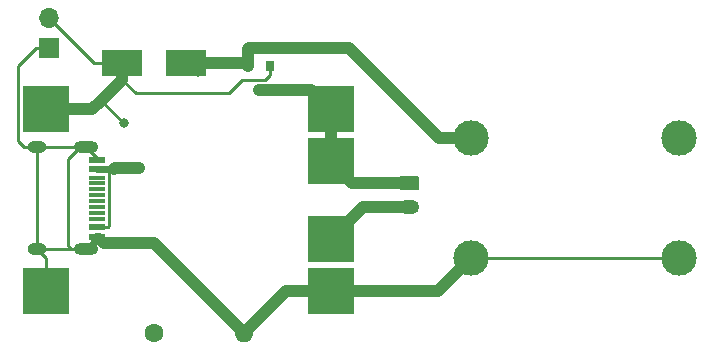
<source format=gbr>
G04 #@! TF.GenerationSoftware,KiCad,Pcbnew,5.1.5+dfsg1-2build2*
G04 #@! TF.CreationDate,2022-04-23T15:18:04+02:00*
G04 #@! TF.ProjectId,vogelhuisje_kicad,766f6765-6c68-4756-9973-6a655f6b6963,rev?*
G04 #@! TF.SameCoordinates,Original*
G04 #@! TF.FileFunction,Copper,L1,Top*
G04 #@! TF.FilePolarity,Positive*
%FSLAX46Y46*%
G04 Gerber Fmt 4.6, Leading zero omitted, Abs format (unit mm)*
G04 Created by KiCad (PCBNEW 5.1.5+dfsg1-2build2) date 2022-04-23 15:18:04*
%MOMM*%
%LPD*%
G04 APERTURE LIST*
%ADD10R,1.450000X0.600000*%
%ADD11R,1.450000X0.300000*%
%ADD12O,2.100000X1.000000*%
%ADD13O,1.600000X1.000000*%
%ADD14O,1.700000X1.700000*%
%ADD15R,1.700000X1.700000*%
%ADD16R,0.800000X0.900000*%
%ADD17O,1.750000X1.200000*%
%ADD18C,0.100000*%
%ADD19O,1.600000X1.600000*%
%ADD20C,1.600000*%
%ADD21C,3.000000*%
%ADD22R,4.000000X4.000000*%
%ADD23R,3.500000X2.300000*%
%ADD24C,0.800000*%
%ADD25C,1.000000*%
%ADD26C,0.250000*%
%ADD27C,0.600000*%
G04 APERTURE END LIST*
D10*
X80245000Y-97230000D03*
X80245000Y-96430000D03*
X80245000Y-91530000D03*
X80245000Y-90730000D03*
X80245000Y-90730000D03*
X80245000Y-91530000D03*
X80245000Y-96430000D03*
X80245000Y-97230000D03*
D11*
X80245000Y-92230000D03*
X80245000Y-92730000D03*
X80245000Y-93230000D03*
X80245000Y-94230000D03*
X80245000Y-94730000D03*
X80245000Y-95230000D03*
X80245000Y-95730000D03*
X80245000Y-93730000D03*
D12*
X79330000Y-98300000D03*
X79330000Y-89660000D03*
D13*
X75150000Y-89660000D03*
X75150000Y-98300000D03*
D14*
X76200000Y-78740000D03*
D15*
X76200000Y-81280000D03*
D16*
X93980000Y-84820000D03*
X93030000Y-82820000D03*
X94930000Y-82820000D03*
D17*
X106680000Y-94710000D03*
G04 #@! TA.AperFunction,ComponentPad*
D18*
G36*
X107329505Y-92111204D02*
G01*
X107353773Y-92114804D01*
X107377572Y-92120765D01*
X107400671Y-92129030D01*
X107422850Y-92139520D01*
X107443893Y-92152132D01*
X107463599Y-92166747D01*
X107481777Y-92183223D01*
X107498253Y-92201401D01*
X107512868Y-92221107D01*
X107525480Y-92242150D01*
X107535970Y-92264329D01*
X107544235Y-92287428D01*
X107550196Y-92311227D01*
X107553796Y-92335495D01*
X107555000Y-92359999D01*
X107555000Y-93060001D01*
X107553796Y-93084505D01*
X107550196Y-93108773D01*
X107544235Y-93132572D01*
X107535970Y-93155671D01*
X107525480Y-93177850D01*
X107512868Y-93198893D01*
X107498253Y-93218599D01*
X107481777Y-93236777D01*
X107463599Y-93253253D01*
X107443893Y-93267868D01*
X107422850Y-93280480D01*
X107400671Y-93290970D01*
X107377572Y-93299235D01*
X107353773Y-93305196D01*
X107329505Y-93308796D01*
X107305001Y-93310000D01*
X106054999Y-93310000D01*
X106030495Y-93308796D01*
X106006227Y-93305196D01*
X105982428Y-93299235D01*
X105959329Y-93290970D01*
X105937150Y-93280480D01*
X105916107Y-93267868D01*
X105896401Y-93253253D01*
X105878223Y-93236777D01*
X105861747Y-93218599D01*
X105847132Y-93198893D01*
X105834520Y-93177850D01*
X105824030Y-93155671D01*
X105815765Y-93132572D01*
X105809804Y-93108773D01*
X105806204Y-93084505D01*
X105805000Y-93060001D01*
X105805000Y-92359999D01*
X105806204Y-92335495D01*
X105809804Y-92311227D01*
X105815765Y-92287428D01*
X105824030Y-92264329D01*
X105834520Y-92242150D01*
X105847132Y-92221107D01*
X105861747Y-92201401D01*
X105878223Y-92183223D01*
X105896401Y-92166747D01*
X105916107Y-92152132D01*
X105937150Y-92139520D01*
X105959329Y-92129030D01*
X105982428Y-92120765D01*
X106006227Y-92114804D01*
X106030495Y-92111204D01*
X106054999Y-92110000D01*
X107305001Y-92110000D01*
X107329505Y-92111204D01*
G37*
G04 #@! TD.AperFunction*
D19*
X92710000Y-105410000D03*
D20*
X85090000Y-105410000D03*
D21*
X129520000Y-99085000D03*
X129520000Y-88885000D03*
X111920000Y-99085000D03*
X111920000Y-88885000D03*
D22*
X100030000Y-97470000D03*
X100030000Y-90870000D03*
X75930000Y-101870000D03*
X100030000Y-101870000D03*
X100030000Y-86470000D03*
X75930000Y-86470000D03*
D23*
X82390000Y-82550000D03*
X87790000Y-82550000D03*
D24*
X82550000Y-87630000D03*
X83820000Y-91440000D03*
D25*
X82390000Y-83950000D02*
X82390000Y-82550000D01*
X75930000Y-86470000D02*
X79870000Y-86470000D01*
X82550000Y-82550000D02*
X82390000Y-82550000D01*
D26*
X94930000Y-83520000D02*
X94930000Y-82820000D01*
X82390000Y-83950000D02*
X83530000Y-85090000D01*
X83530000Y-85090000D02*
X91440000Y-85090000D01*
X92535010Y-83994990D02*
X94455010Y-83994990D01*
X91440000Y-85090000D02*
X92535010Y-83994990D01*
X94455010Y-83994990D02*
X94930000Y-83520000D01*
X80010000Y-82550000D02*
X76200000Y-78740000D01*
X82390000Y-82550000D02*
X80010000Y-82550000D01*
X80630000Y-85710000D02*
X82550000Y-87630000D01*
D25*
X79870000Y-86470000D02*
X80630000Y-85710000D01*
X80630000Y-85710000D02*
X82390000Y-83950000D01*
D26*
X88790000Y-83550000D02*
X87790000Y-82550000D01*
D25*
X92760000Y-82550000D02*
X93030000Y-82820000D01*
X87790000Y-82550000D02*
X92760000Y-82550000D01*
X93030000Y-81370000D02*
X93120000Y-81280000D01*
X93030000Y-82820000D02*
X93030000Y-81370000D01*
X93120000Y-81280000D02*
X101600000Y-81280000D01*
X109205000Y-88885000D02*
X111920000Y-88885000D01*
X101600000Y-81280000D02*
X109205000Y-88885000D01*
X109135000Y-101870000D02*
X111920000Y-99085000D01*
X100030000Y-101870000D02*
X109135000Y-101870000D01*
X102790000Y-94710000D02*
X100030000Y-97470000D01*
X106680000Y-94710000D02*
X102790000Y-94710000D01*
X98380000Y-84820000D02*
X100030000Y-86470000D01*
X93980000Y-84820000D02*
X98380000Y-84820000D01*
X100030000Y-86470000D02*
X100030000Y-90870000D01*
X101870000Y-92710000D02*
X100030000Y-90870000D01*
X106680000Y-92710000D02*
X101870000Y-92710000D01*
D26*
X75150000Y-89660000D02*
X75150000Y-98300000D01*
X77780010Y-98050010D02*
X78030000Y-98300000D01*
X77780010Y-90659990D02*
X77780010Y-98050010D01*
X78780000Y-89660000D02*
X77780010Y-90659990D01*
X75150000Y-89660000D02*
X79330000Y-89660000D01*
X75150000Y-98300000D02*
X79330000Y-98300000D01*
X79330000Y-98145000D02*
X80245000Y-97230000D01*
X79330000Y-98300000D02*
X79330000Y-98145000D01*
D25*
X96250000Y-101870000D02*
X100030000Y-101870000D01*
X92710000Y-105410000D02*
X96250000Y-101870000D01*
X80445001Y-97430001D02*
X80245000Y-97430001D01*
X85090000Y-97790000D02*
X80805000Y-97790000D01*
X80805000Y-97790000D02*
X80445001Y-97430001D01*
X92710000Y-105410000D02*
X85090000Y-97790000D01*
D26*
X80245000Y-90575000D02*
X79330000Y-89660000D01*
X80245000Y-90730000D02*
X80245000Y-90575000D01*
X114041320Y-99085000D02*
X129520000Y-99085000D01*
X111920000Y-99085000D02*
X114041320Y-99085000D01*
X75930000Y-99080000D02*
X75150000Y-98300000D01*
X75930000Y-101870000D02*
X75930000Y-99080000D01*
X74100000Y-89660000D02*
X75150000Y-89660000D01*
X73604999Y-89164999D02*
X74100000Y-89660000D01*
X73604999Y-82775001D02*
X73604999Y-89164999D01*
X75100000Y-81280000D02*
X73604999Y-82775001D01*
X76200000Y-81280000D02*
X75100000Y-81280000D01*
X81220000Y-96430000D02*
X80245000Y-96430000D01*
X81295001Y-96354999D02*
X81220000Y-96430000D01*
X81295001Y-91605001D02*
X81295001Y-96354999D01*
X81220000Y-91530000D02*
X81295001Y-91605001D01*
D27*
X80245000Y-91530000D02*
X81220000Y-91530000D01*
D25*
X81750000Y-91440000D02*
X81670001Y-91519999D01*
X83820000Y-91440000D02*
X81750000Y-91440000D01*
M02*

</source>
